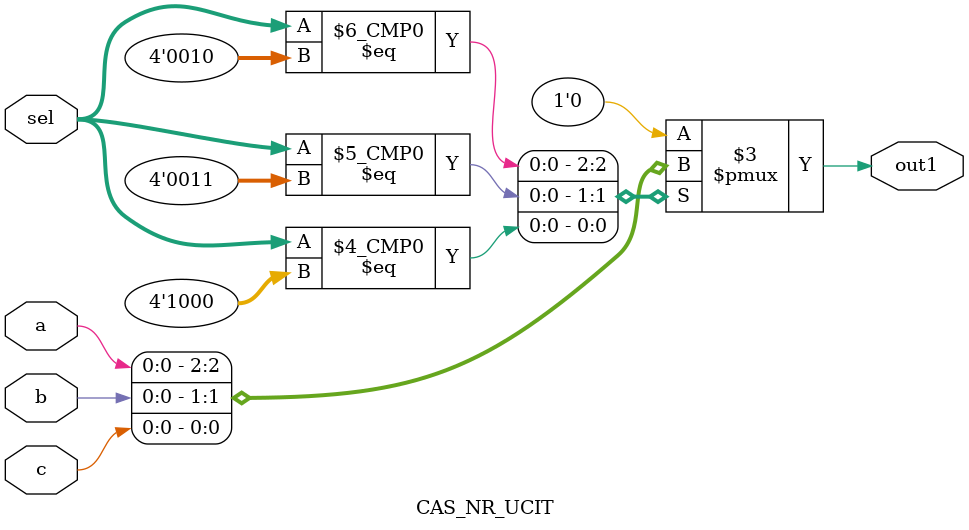
<source format=v>
module CAS_NR_UCIT (a, b, c, sel, out1);
   input a;
   input b;
   input c;
   input [3:0] sel;
   output out1;
   reg out1;
   always @(a or b or c or sel)
   begin
      case (sel)
         4'b0010: out1 = a;
         2'b11: out1 = b;
         8: out1 = c;
         default: out1 = 1'b0;
      endcase
   end
endmodule

</source>
